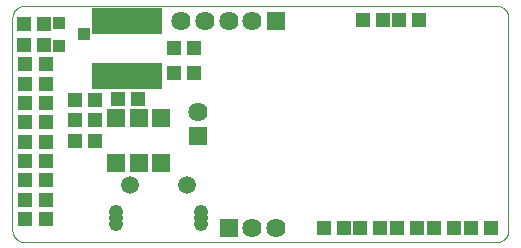
<source format=gts>
G75*
%MOIN*%
%OFA0B0*%
%FSLAX25Y25*%
%IPPOS*%
%LPD*%
%AMOC8*
5,1,8,0,0,1.08239X$1,22.5*
%
%ADD10C,0.00000*%
%ADD11R,0.05131X0.04737*%
%ADD12R,0.04737X0.05131*%
%ADD13R,0.06312X0.06312*%
%ADD14R,0.23241X0.08674*%
%ADD15R,0.06400X0.06400*%
%ADD16C,0.06400*%
%ADD17R,0.04343X0.03950*%
%ADD18C,0.04800*%
%ADD19C,0.05950*%
D10*
X0025622Y0017748D02*
X0183102Y0017748D01*
X0183226Y0017750D01*
X0183349Y0017756D01*
X0183473Y0017765D01*
X0183595Y0017779D01*
X0183718Y0017796D01*
X0183840Y0017818D01*
X0183961Y0017843D01*
X0184081Y0017872D01*
X0184200Y0017904D01*
X0184319Y0017941D01*
X0184436Y0017981D01*
X0184551Y0018024D01*
X0184666Y0018072D01*
X0184778Y0018123D01*
X0184889Y0018177D01*
X0184999Y0018235D01*
X0185106Y0018296D01*
X0185212Y0018361D01*
X0185315Y0018429D01*
X0185416Y0018500D01*
X0185515Y0018574D01*
X0185612Y0018651D01*
X0185706Y0018732D01*
X0185797Y0018815D01*
X0185886Y0018901D01*
X0185972Y0018990D01*
X0186055Y0019081D01*
X0186136Y0019175D01*
X0186213Y0019272D01*
X0186287Y0019371D01*
X0186358Y0019472D01*
X0186426Y0019575D01*
X0186491Y0019681D01*
X0186552Y0019788D01*
X0186610Y0019898D01*
X0186664Y0020009D01*
X0186715Y0020121D01*
X0186763Y0020236D01*
X0186806Y0020351D01*
X0186846Y0020468D01*
X0186883Y0020587D01*
X0186915Y0020706D01*
X0186944Y0020826D01*
X0186969Y0020947D01*
X0186991Y0021069D01*
X0187008Y0021192D01*
X0187022Y0021314D01*
X0187031Y0021438D01*
X0187037Y0021561D01*
X0187039Y0021685D01*
X0187039Y0092551D01*
X0187037Y0092675D01*
X0187031Y0092798D01*
X0187022Y0092922D01*
X0187008Y0093044D01*
X0186991Y0093167D01*
X0186969Y0093289D01*
X0186944Y0093410D01*
X0186915Y0093530D01*
X0186883Y0093649D01*
X0186846Y0093768D01*
X0186806Y0093885D01*
X0186763Y0094000D01*
X0186715Y0094115D01*
X0186664Y0094227D01*
X0186610Y0094338D01*
X0186552Y0094448D01*
X0186491Y0094555D01*
X0186426Y0094661D01*
X0186358Y0094764D01*
X0186287Y0094865D01*
X0186213Y0094964D01*
X0186136Y0095061D01*
X0186055Y0095155D01*
X0185972Y0095246D01*
X0185886Y0095335D01*
X0185797Y0095421D01*
X0185706Y0095504D01*
X0185612Y0095585D01*
X0185515Y0095662D01*
X0185416Y0095736D01*
X0185315Y0095807D01*
X0185212Y0095875D01*
X0185106Y0095940D01*
X0184999Y0096001D01*
X0184889Y0096059D01*
X0184778Y0096113D01*
X0184666Y0096164D01*
X0184551Y0096212D01*
X0184436Y0096255D01*
X0184319Y0096295D01*
X0184200Y0096332D01*
X0184081Y0096364D01*
X0183961Y0096393D01*
X0183840Y0096418D01*
X0183718Y0096440D01*
X0183595Y0096457D01*
X0183473Y0096471D01*
X0183349Y0096480D01*
X0183226Y0096486D01*
X0183102Y0096488D01*
X0025622Y0096488D01*
X0025498Y0096486D01*
X0025375Y0096480D01*
X0025251Y0096471D01*
X0025129Y0096457D01*
X0025006Y0096440D01*
X0024884Y0096418D01*
X0024763Y0096393D01*
X0024643Y0096364D01*
X0024524Y0096332D01*
X0024405Y0096295D01*
X0024288Y0096255D01*
X0024173Y0096212D01*
X0024058Y0096164D01*
X0023946Y0096113D01*
X0023835Y0096059D01*
X0023725Y0096001D01*
X0023618Y0095940D01*
X0023512Y0095875D01*
X0023409Y0095807D01*
X0023308Y0095736D01*
X0023209Y0095662D01*
X0023112Y0095585D01*
X0023018Y0095504D01*
X0022927Y0095421D01*
X0022838Y0095335D01*
X0022752Y0095246D01*
X0022669Y0095155D01*
X0022588Y0095061D01*
X0022511Y0094964D01*
X0022437Y0094865D01*
X0022366Y0094764D01*
X0022298Y0094661D01*
X0022233Y0094555D01*
X0022172Y0094448D01*
X0022114Y0094338D01*
X0022060Y0094227D01*
X0022009Y0094115D01*
X0021961Y0094000D01*
X0021918Y0093885D01*
X0021878Y0093768D01*
X0021841Y0093649D01*
X0021809Y0093530D01*
X0021780Y0093410D01*
X0021755Y0093289D01*
X0021733Y0093167D01*
X0021716Y0093044D01*
X0021702Y0092922D01*
X0021693Y0092798D01*
X0021687Y0092675D01*
X0021685Y0092551D01*
X0021685Y0021685D01*
X0021687Y0021561D01*
X0021693Y0021438D01*
X0021702Y0021314D01*
X0021716Y0021192D01*
X0021733Y0021069D01*
X0021755Y0020947D01*
X0021780Y0020826D01*
X0021809Y0020706D01*
X0021841Y0020587D01*
X0021878Y0020468D01*
X0021918Y0020351D01*
X0021961Y0020236D01*
X0022009Y0020121D01*
X0022060Y0020009D01*
X0022114Y0019898D01*
X0022172Y0019788D01*
X0022233Y0019681D01*
X0022298Y0019575D01*
X0022366Y0019472D01*
X0022437Y0019371D01*
X0022511Y0019272D01*
X0022588Y0019175D01*
X0022669Y0019081D01*
X0022752Y0018990D01*
X0022838Y0018901D01*
X0022927Y0018815D01*
X0023018Y0018732D01*
X0023112Y0018651D01*
X0023209Y0018574D01*
X0023308Y0018500D01*
X0023409Y0018429D01*
X0023512Y0018361D01*
X0023618Y0018296D01*
X0023725Y0018235D01*
X0023835Y0018177D01*
X0023946Y0018123D01*
X0024058Y0018072D01*
X0024173Y0018024D01*
X0024288Y0017981D01*
X0024405Y0017941D01*
X0024524Y0017904D01*
X0024643Y0017872D01*
X0024763Y0017843D01*
X0024884Y0017818D01*
X0025006Y0017796D01*
X0025129Y0017779D01*
X0025251Y0017765D01*
X0025375Y0017756D01*
X0025498Y0017750D01*
X0025622Y0017748D01*
D11*
X0026035Y0025425D03*
X0032728Y0025425D03*
X0032728Y0031872D03*
X0026035Y0031872D03*
X0026035Y0038319D03*
X0032728Y0038319D03*
X0032728Y0044766D03*
X0026035Y0044766D03*
X0026035Y0051213D03*
X0032728Y0051213D03*
X0042541Y0051409D03*
X0049234Y0051409D03*
X0049234Y0058299D03*
X0042541Y0058299D03*
X0032728Y0057659D03*
X0026035Y0057659D03*
X0026035Y0064106D03*
X0032728Y0064106D03*
X0032728Y0070553D03*
X0026035Y0070553D03*
X0026035Y0077000D03*
X0032728Y0077000D03*
X0032095Y0083608D03*
X0032095Y0090301D03*
X0075661Y0082315D03*
X0082354Y0082315D03*
X0063575Y0065386D03*
X0056882Y0065386D03*
X0125425Y0022571D03*
X0132118Y0022571D03*
D12*
X0137679Y0022571D03*
X0144372Y0022571D03*
X0149933Y0022571D03*
X0156626Y0022571D03*
X0162187Y0022571D03*
X0168880Y0022571D03*
X0174441Y0022571D03*
X0181134Y0022571D03*
X0082354Y0074244D03*
X0075661Y0074244D03*
X0049234Y0065189D03*
X0042541Y0065189D03*
X0025622Y0083608D03*
X0025622Y0090301D03*
X0138417Y0091764D03*
X0145110Y0091764D03*
X0150622Y0091764D03*
X0157315Y0091764D03*
D13*
X0071291Y0059087D03*
X0063850Y0059087D03*
X0056331Y0059087D03*
X0056331Y0044126D03*
X0063850Y0044126D03*
X0071291Y0044126D03*
D14*
X0059913Y0073024D03*
X0059913Y0091528D03*
D15*
X0109480Y0091606D03*
X0083614Y0053142D03*
X0093732Y0022472D03*
D16*
X0101606Y0022472D03*
X0109480Y0022472D03*
X0083614Y0061016D03*
X0085858Y0091606D03*
X0093732Y0091606D03*
X0101606Y0091606D03*
X0077984Y0091606D03*
D17*
X0045425Y0086954D03*
X0037157Y0083214D03*
X0037157Y0090694D03*
D18*
X0056154Y0027837D03*
X0056154Y0025837D03*
X0056154Y0023837D03*
X0084697Y0023837D03*
X0084697Y0025837D03*
X0084697Y0027837D03*
D19*
X0079972Y0036685D03*
X0060878Y0036685D03*
M02*

</source>
